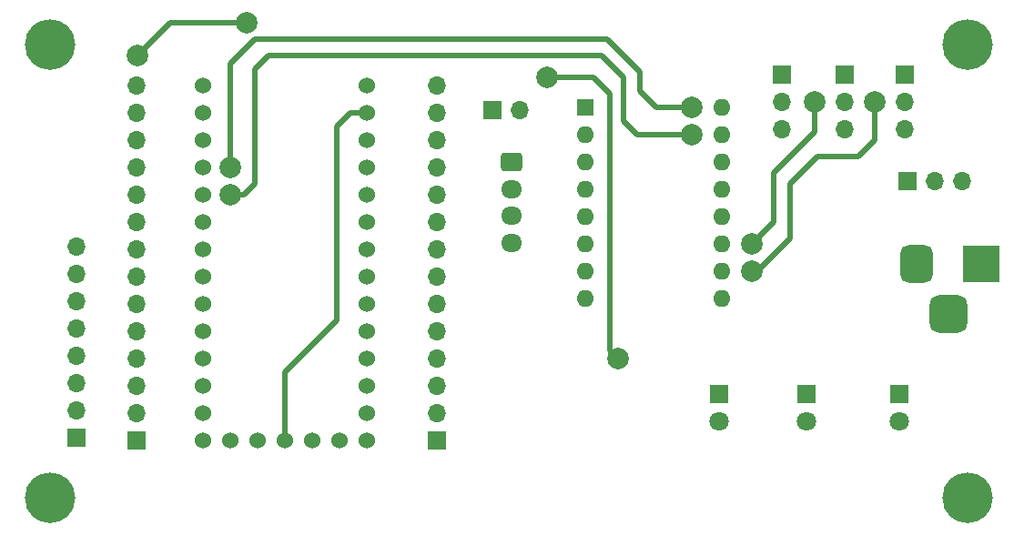
<source format=gbr>
%TF.GenerationSoftware,KiCad,Pcbnew,(6.0.2)*%
%TF.CreationDate,2023-06-01T09:29:34-05:00*%
%TF.ProjectId,MC_Circuit_v2,4d435f43-6972-4637-9569-745f76322e6b,rev?*%
%TF.SameCoordinates,Original*%
%TF.FileFunction,Copper,L1,Top*%
%TF.FilePolarity,Positive*%
%FSLAX46Y46*%
G04 Gerber Fmt 4.6, Leading zero omitted, Abs format (unit mm)*
G04 Created by KiCad (PCBNEW (6.0.2)) date 2023-06-01 09:29:34*
%MOMM*%
%LPD*%
G01*
G04 APERTURE LIST*
G04 Aperture macros list*
%AMRoundRect*
0 Rectangle with rounded corners*
0 $1 Rounding radius*
0 $2 $3 $4 $5 $6 $7 $8 $9 X,Y pos of 4 corners*
0 Add a 4 corners polygon primitive as box body*
4,1,4,$2,$3,$4,$5,$6,$7,$8,$9,$2,$3,0*
0 Add four circle primitives for the rounded corners*
1,1,$1+$1,$2,$3*
1,1,$1+$1,$4,$5*
1,1,$1+$1,$6,$7*
1,1,$1+$1,$8,$9*
0 Add four rect primitives between the rounded corners*
20,1,$1+$1,$2,$3,$4,$5,0*
20,1,$1+$1,$4,$5,$6,$7,0*
20,1,$1+$1,$6,$7,$8,$9,0*
20,1,$1+$1,$8,$9,$2,$3,0*%
G04 Aperture macros list end*
%TA.AperFunction,ComponentPad*%
%ADD10R,1.700000X1.700000*%
%TD*%
%TA.AperFunction,ComponentPad*%
%ADD11O,1.700000X1.700000*%
%TD*%
%TA.AperFunction,ComponentPad*%
%ADD12C,4.700000*%
%TD*%
%TA.AperFunction,ComponentPad*%
%ADD13C,1.530000*%
%TD*%
%TA.AperFunction,ComponentPad*%
%ADD14RoundRect,0.250000X-0.725000X0.600000X-0.725000X-0.600000X0.725000X-0.600000X0.725000X0.600000X0*%
%TD*%
%TA.AperFunction,ComponentPad*%
%ADD15O,1.950000X1.700000*%
%TD*%
%TA.AperFunction,ComponentPad*%
%ADD16R,3.500000X3.500000*%
%TD*%
%TA.AperFunction,ComponentPad*%
%ADD17RoundRect,0.750000X-0.750000X-1.000000X0.750000X-1.000000X0.750000X1.000000X-0.750000X1.000000X0*%
%TD*%
%TA.AperFunction,ComponentPad*%
%ADD18RoundRect,0.875000X-0.875000X-0.875000X0.875000X-0.875000X0.875000X0.875000X-0.875000X0.875000X0*%
%TD*%
%TA.AperFunction,ComponentPad*%
%ADD19R,1.800000X1.800000*%
%TD*%
%TA.AperFunction,ComponentPad*%
%ADD20C,1.800000*%
%TD*%
%TA.AperFunction,ComponentPad*%
%ADD21R,1.600000X1.600000*%
%TD*%
%TA.AperFunction,ComponentPad*%
%ADD22O,1.600000X1.600000*%
%TD*%
%TA.AperFunction,ViaPad*%
%ADD23C,2.000000*%
%TD*%
%TA.AperFunction,Conductor*%
%ADD24C,0.500000*%
%TD*%
G04 APERTURE END LIST*
D10*
%TO.P,SW1,1,A*%
%TO.N,VMOT*%
X182133000Y-82296000D03*
D11*
%TO.P,SW1,2,B*%
%TO.N,Net-(J5-Pad1)*%
X184673000Y-82296000D03*
%TO.P,SW1,3,C*%
%TO.N,unconnected-(SW1-Pad3)*%
X187213000Y-82296000D03*
%TD*%
D12*
%TO.P,,1*%
%TO.N,N/C*%
X102362000Y-111760000D03*
%TD*%
%TO.P,,1*%
%TO.N,N/C*%
X187706000Y-111760000D03*
%TD*%
%TO.P,,1*%
%TO.N,N/C*%
X187706000Y-69596000D03*
%TD*%
%TO.P,REF\u002A\u002A,1*%
%TO.N,N/C*%
X102362000Y-69596000D03*
%TD*%
D13*
%TO.P,U1,0,0*%
%TO.N,Net-(U1-Pad0)*%
X116586000Y-75946000D03*
%TO.P,U1,1,1*%
%TO.N,Net-(U1-Pad1)*%
X116586000Y-78486000D03*
%TO.P,U1,2,2*%
%TO.N,DIR*%
X116586000Y-81026000D03*
%TO.P,U1,3,3*%
%TO.N,STEP*%
X116586000Y-83566000D03*
%TO.P,U1,3.3V_1,3.3V_1*%
%TO.N,3.3V*%
X121666000Y-106426000D03*
%TO.P,U1,3.3V_2,3.3V_2*%
X131826000Y-78486000D03*
%TO.P,U1,4,4*%
%TO.N,Net-(U1-Pad4)*%
X116586000Y-86106000D03*
%TO.P,U1,5,5*%
%TO.N,Net-(U1-Pad5)*%
X116586000Y-88646000D03*
%TO.P,U1,6,6*%
%TO.N,Net-(U1-Pad6)*%
X116586000Y-91186000D03*
%TO.P,U1,7,7*%
%TO.N,Net-(U1-Pad7)*%
X116586000Y-93726000D03*
%TO.P,U1,8,8*%
%TO.N,Net-(U1-Pad8)*%
X116586000Y-96266000D03*
%TO.P,U1,9,9*%
%TO.N,CE*%
X116586000Y-98806000D03*
%TO.P,U1,10,10*%
%TO.N,CS*%
X116586000Y-101346000D03*
%TO.P,U1,11,11*%
%TO.N,MOSI*%
X116586000Y-103886000D03*
%TO.P,U1,12,12*%
%TO.N,MISO*%
X116586000Y-106426000D03*
%TO.P,U1,13,13*%
%TO.N,SCK*%
X131826000Y-106426000D03*
%TO.P,U1,14,14*%
%TO.N,AUTO*%
X131826000Y-103886000D03*
%TO.P,U1,15,15*%
%TO.N,MANUAL*%
X131826000Y-101346000D03*
%TO.P,U1,16,16*%
%TO.N,Net-(U1-Pad16)*%
X131826000Y-98806000D03*
%TO.P,U1,17,17*%
%TO.N,Net-(U1-Pad17)*%
X131826000Y-96266000D03*
%TO.P,U1,18,18*%
%TO.N,Net-(U1-Pad18)*%
X131826000Y-93726000D03*
%TO.P,U1,19,19*%
%TO.N,Net-(U1-Pad19)*%
X131826000Y-91186000D03*
%TO.P,U1,20,20*%
%TO.N,Net-(U1-Pad20)*%
X131826000Y-88646000D03*
%TO.P,U1,21,21*%
%TO.N,Net-(U1-Pad21)*%
X131826000Y-86106000D03*
%TO.P,U1,22,22*%
%TO.N,Net-(U1-Pad22)*%
X131826000Y-83566000D03*
%TO.P,U1,23,23*%
%TO.N,Net-(U1-Pad23)*%
X131826000Y-81026000D03*
%TO.P,U1,G1,G1*%
%TO.N,GND*%
X116586000Y-73406000D03*
%TO.P,U1,G2,G2*%
X124206000Y-106426000D03*
%TO.P,U1,G3,G3*%
X131826000Y-75946000D03*
%TO.P,U1,ON-OFF,ON/OFF*%
%TO.N,unconnected-(U1-PadON-OFF)*%
X129286000Y-106426000D03*
%TO.P,U1,PGM,PROGRAM*%
%TO.N,unconnected-(U1-PadPGM)*%
X126746000Y-106426000D03*
%TO.P,U1,VBAT,VBAT*%
%TO.N,unconnected-(U1-PadVBAT)*%
X119126000Y-106426000D03*
%TO.P,U1,VIN,VIN*%
%TO.N,VBUS*%
X131826000Y-73406000D03*
%TD*%
D14*
%TO.P,J9,1,Pin_1*%
%TO.N,Net-(A1-Pad3)*%
X145334000Y-80518000D03*
D15*
%TO.P,J9,2,Pin_2*%
%TO.N,Net-(A1-Pad4)*%
X145334000Y-83018000D03*
%TO.P,J9,3,Pin_3*%
%TO.N,Net-(A1-Pad5)*%
X145334000Y-85518000D03*
%TO.P,J9,4,Pin_4*%
%TO.N,Net-(A1-Pad6)*%
X145334000Y-88018000D03*
%TD*%
D10*
%TO.P,J8,1,Pin_1*%
%TO.N,3.3V*%
X170434000Y-72405000D03*
D11*
%TO.P,J8,2,Pin_2*%
%TO.N,MS3*%
X170434000Y-74945000D03*
%TO.P,J8,3,Pin_3*%
%TO.N,GND*%
X170434000Y-77485000D03*
%TD*%
%TO.P,J7,3,Pin_3*%
%TO.N,GND*%
X176276000Y-77470000D03*
%TO.P,J7,2,Pin_2*%
%TO.N,MS2*%
X176276000Y-74930000D03*
D10*
%TO.P,J7,1,Pin_1*%
%TO.N,3.3V*%
X176276000Y-72390000D03*
%TD*%
D11*
%TO.P,J6,3,Pin_3*%
%TO.N,GND*%
X181864000Y-77485000D03*
%TO.P,J6,2,Pin_2*%
%TO.N,MS1*%
X181864000Y-74945000D03*
D10*
%TO.P,J6,1,Pin_1*%
%TO.N,3.3V*%
X181864000Y-72405000D03*
%TD*%
D16*
%TO.P,J5,1*%
%TO.N,Net-(J5-Pad1)*%
X188976000Y-89974500D03*
D17*
%TO.P,J5,2*%
%TO.N,GND*%
X182976000Y-89974500D03*
D18*
%TO.P,J5,3*%
X185976000Y-94674500D03*
%TD*%
D10*
%TO.P,J4,1,Pin_1*%
%TO.N,3.3V*%
X143530000Y-75692000D03*
D11*
%TO.P,J4,2,Pin_2*%
%TO.N,GND*%
X146070000Y-75692000D03*
%TD*%
D10*
%TO.P,J3,1,Pin_1*%
%TO.N,SCK*%
X138405000Y-106416000D03*
D11*
%TO.P,J3,2,Pin_2*%
%TO.N,AUTO*%
X138405000Y-103876000D03*
%TO.P,J3,3,Pin_3*%
%TO.N,MANUAL*%
X138405000Y-101336000D03*
%TO.P,J3,4,Pin_4*%
%TO.N,Net-(U1-Pad16)*%
X138405000Y-98796000D03*
%TO.P,J3,5,Pin_5*%
%TO.N,Net-(U1-Pad17)*%
X138405000Y-96256000D03*
%TO.P,J3,6,Pin_6*%
%TO.N,Net-(U1-Pad18)*%
X138405000Y-93716000D03*
%TO.P,J3,7,Pin_7*%
%TO.N,Net-(U1-Pad19)*%
X138405000Y-91176000D03*
%TO.P,J3,8,Pin_8*%
%TO.N,Net-(U1-Pad20)*%
X138405000Y-88636000D03*
%TO.P,J3,9,Pin_9*%
%TO.N,Net-(U1-Pad21)*%
X138405000Y-86096000D03*
%TO.P,J3,10,Pin_10*%
%TO.N,Net-(U1-Pad22)*%
X138405000Y-83556000D03*
%TO.P,J3,11,Pin_11*%
%TO.N,Net-(U1-Pad23)*%
X138405000Y-81016000D03*
%TO.P,J3,12,Pin_12*%
%TO.N,3.3V*%
X138405000Y-78476000D03*
%TO.P,J3,13,Pin_13*%
%TO.N,GND*%
X138405000Y-75936000D03*
%TO.P,J3,14,Pin_14*%
%TO.N,VBUS*%
X138405000Y-73396000D03*
%TD*%
D10*
%TO.P,J2,1,Pin_1*%
%TO.N,MISO*%
X110465000Y-106416000D03*
D11*
%TO.P,J2,2,Pin_2*%
%TO.N,MOSI*%
X110465000Y-103876000D03*
%TO.P,J2,3,Pin_3*%
%TO.N,CS*%
X110465000Y-101336000D03*
%TO.P,J2,4,Pin_4*%
%TO.N,CE*%
X110465000Y-98796000D03*
%TO.P,J2,5,Pin_5*%
%TO.N,Net-(U1-Pad8)*%
X110465000Y-96256000D03*
%TO.P,J2,6,Pin_6*%
%TO.N,Net-(U1-Pad7)*%
X110465000Y-93716000D03*
%TO.P,J2,7,Pin_7*%
%TO.N,Net-(U1-Pad6)*%
X110465000Y-91176000D03*
%TO.P,J2,8,Pin_8*%
%TO.N,Net-(U1-Pad5)*%
X110465000Y-88636000D03*
%TO.P,J2,9,Pin_9*%
%TO.N,Net-(U1-Pad4)*%
X110465000Y-86096000D03*
%TO.P,J2,10,Pin_10*%
%TO.N,STEP*%
X110465000Y-83556000D03*
%TO.P,J2,11,Pin_11*%
%TO.N,DIR*%
X110465000Y-81016000D03*
%TO.P,J2,12,Pin_12*%
%TO.N,Net-(U1-Pad1)*%
X110465000Y-78476000D03*
%TO.P,J2,13,Pin_13*%
%TO.N,Net-(U1-Pad0)*%
X110465000Y-75936000D03*
%TO.P,J2,14,Pin_14*%
%TO.N,GND*%
X110465000Y-73396000D03*
%TD*%
%TO.P,J1,8,Pin_8*%
%TO.N,3.3V*%
X104877000Y-88377000D03*
%TO.P,J1,7,Pin_7*%
%TO.N,CE*%
X104877000Y-90917000D03*
%TO.P,J1,6,Pin_6*%
%TO.N,CS*%
X104877000Y-93457000D03*
%TO.P,J1,5,Pin_5*%
%TO.N,SCK*%
X104877000Y-95997000D03*
%TO.P,J1,4,Pin_4*%
%TO.N,MOSI*%
X104877000Y-98537000D03*
%TO.P,J1,3,Pin_3*%
%TO.N,MISO*%
X104877000Y-101077000D03*
%TO.P,J1,2,Pin_2*%
%TO.N,unconnected-(J1-Pad2)*%
X104877000Y-103617000D03*
D10*
%TO.P,J1,1,Pin_1*%
%TO.N,GND*%
X104877000Y-106157000D03*
%TD*%
D19*
%TO.P,D3,1,K*%
%TO.N,GND*%
X164592000Y-102108000D03*
D20*
%TO.P,D3,2,A*%
%TO.N,Net-(D3-Pad2)*%
X164592000Y-104648000D03*
%TD*%
D19*
%TO.P,D2,1,K*%
%TO.N,Net-(D2-Pad1)*%
X181356000Y-102108000D03*
D20*
%TO.P,D2,2,A*%
%TO.N,AUTO*%
X181356000Y-104648000D03*
%TD*%
D19*
%TO.P,D1,1,K*%
%TO.N,Net-(D1-Pad1)*%
X172720000Y-102113000D03*
D20*
%TO.P,D1,2,A*%
%TO.N,MANUAL*%
X172720000Y-104653000D03*
%TD*%
D21*
%TO.P,A1,1,GND*%
%TO.N,GND*%
X152156000Y-75438000D03*
D22*
%TO.P,A1,2,VDD*%
%TO.N,3.3V*%
X152156000Y-77978000D03*
%TO.P,A1,3,1B*%
%TO.N,Net-(A1-Pad3)*%
X152156000Y-80518000D03*
%TO.P,A1,4,1A*%
%TO.N,Net-(A1-Pad4)*%
X152156000Y-83058000D03*
%TO.P,A1,5,2A*%
%TO.N,Net-(A1-Pad5)*%
X152156000Y-85598000D03*
%TO.P,A1,6,2B*%
%TO.N,Net-(A1-Pad6)*%
X152156000Y-88138000D03*
%TO.P,A1,7,GND*%
%TO.N,GND*%
X152156000Y-90678000D03*
%TO.P,A1,8,VMOT*%
%TO.N,VMOT*%
X152156000Y-93218000D03*
%TO.P,A1,9,~{ENABLE}*%
%TO.N,unconnected-(A1-Pad9)*%
X164856000Y-93218000D03*
%TO.P,A1,10,MS1*%
%TO.N,MS1*%
X164856000Y-90678000D03*
%TO.P,A1,11,MS2*%
%TO.N,MS2*%
X164856000Y-88138000D03*
%TO.P,A1,12,MS3*%
%TO.N,MS3*%
X164856000Y-85598000D03*
%TO.P,A1,13,~{RESET}*%
%TO.N,Net-(A1-Pad13)*%
X164856000Y-83058000D03*
%TO.P,A1,14,~{SLEEP}*%
X164856000Y-80518000D03*
%TO.P,A1,15,STEP*%
%TO.N,STEP*%
X164856000Y-77978000D03*
%TO.P,A1,16,DIR*%
%TO.N,DIR*%
X164856000Y-75438000D03*
%TD*%
D23*
%TO.N,GND*%
X110490000Y-70612000D03*
X120650000Y-67564000D03*
%TO.N,MS1*%
X179070000Y-74930000D03*
%TO.N,MS2*%
X173482000Y-74930000D03*
%TO.N,MS1*%
X167640000Y-90678000D03*
%TO.N,MS2*%
X167640000Y-88138000D03*
%TO.N,+5V*%
X155194000Y-98806000D03*
X148590000Y-72644000D03*
%TO.N,STEP*%
X162052000Y-77978000D03*
%TO.N,DIR*%
X162052000Y-75438000D03*
%TO.N,STEP*%
X119126000Y-83566000D03*
%TO.N,DIR*%
X119126000Y-81026000D03*
%TD*%
D24*
%TO.N,MS1*%
X173736000Y-80010000D02*
X177546000Y-80010000D01*
X171196000Y-82550000D02*
X173736000Y-80010000D01*
X179070000Y-78486000D02*
X179070000Y-74930000D01*
X171196000Y-87630000D02*
X171196000Y-82550000D01*
X177546000Y-80010000D02*
X179070000Y-78486000D01*
X168148000Y-90678000D02*
X171196000Y-87630000D01*
X167640000Y-90678000D02*
X168148000Y-90678000D01*
%TO.N,MS2*%
X173482000Y-77724000D02*
X173482000Y-74930000D01*
X169672000Y-81534000D02*
X173482000Y-77724000D01*
X169672000Y-86106000D02*
X169672000Y-81534000D01*
X167640000Y-88138000D02*
X169672000Y-86106000D01*
%TO.N,GND*%
X124206000Y-100076000D02*
X124206000Y-106426000D01*
X129032000Y-95250000D02*
X124206000Y-100076000D01*
X129032000Y-77216000D02*
X129032000Y-95250000D01*
X130302000Y-75946000D02*
X129032000Y-77216000D01*
X131826000Y-75946000D02*
X130302000Y-75946000D01*
X113538000Y-67564000D02*
X110490000Y-70612000D01*
X120650000Y-67564000D02*
X113538000Y-67564000D01*
%TO.N,DIR*%
X158750000Y-75438000D02*
X162052000Y-75438000D01*
X157226000Y-73914000D02*
X158750000Y-75438000D01*
X121412000Y-69088000D02*
X154178000Y-69088000D01*
X154178000Y-69088000D02*
X157226000Y-72136000D01*
X119126000Y-71374000D02*
X121412000Y-69088000D01*
X157226000Y-72136000D02*
X157226000Y-73914000D01*
X119126000Y-81026000D02*
X119126000Y-71374000D01*
%TO.N,STEP*%
X120396000Y-83566000D02*
X119126000Y-83566000D01*
X153670000Y-70612000D02*
X122682000Y-70612000D01*
X121412000Y-82550000D02*
X120396000Y-83566000D01*
X155702000Y-72644000D02*
X153670000Y-70612000D01*
X155702000Y-76708000D02*
X155702000Y-72644000D01*
X156972000Y-77978000D02*
X155702000Y-76708000D01*
X162052000Y-77978000D02*
X156972000Y-77978000D01*
X122682000Y-70612000D02*
X121412000Y-71882000D01*
X121412000Y-71882000D02*
X121412000Y-82550000D01*
%TO.N,+5V*%
X154432000Y-98044000D02*
X155194000Y-98806000D01*
X154432000Y-74168000D02*
X154432000Y-98044000D01*
X152908000Y-72644000D02*
X154432000Y-74168000D01*
X148590000Y-72644000D02*
X152908000Y-72644000D01*
%TD*%
M02*

</source>
